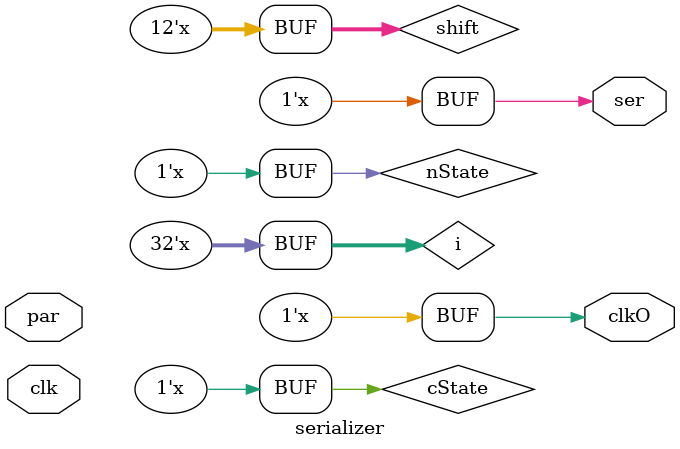
<source format=v>
`timescale 1ns / 1ps

//////DOOOOII STATE MACHINE
module serializer
    #(
    parameter m=12
    )
    (
    input [m-1:0] par,
    output reg ser,
    input clk,
    output reg clkO
    );
    reg [m-1:0] shift;
    localparam s1 = 1'b0,s2=1'b1;//s1 = parallel load, s2 = shift out
    reg cState,nState;
    integer i;
    initial begin
        cState = 0;
        nState = 0;
        shift = 0;
        i = 0;
        //ser = 0;
        clkO =0;
    end
//    always @(posedge clk)
//    begin
//        cState <= nState;
//        if(cState)
//            shift = shift<<1;
//    end
    always @(clk)
    begin
        cState = nState;
        //nState = cState;
        case(cState)
            s1:begin
                shift = par;
                i=0;
                clkO = 0;
                ser = 0;
                nState = s2;
            end
            s2:begin
                if(i<m) clkO=clk;
                else clkO=0;
                if(clk) i=i+1;
                if(clk&clkO) begin
                    ser = shift[m-1];
                    shift = shift<<1;
                end
                //else ser=0;
                if(i==14) nState = s1;
                 
//                if(clkO) begin 
//                    ser = shift[m-1];
//                    shift = shift<<1;
//                    i = i+1;
//                end
//                if (i<m) clkO=clk;
//                if(i==14) nState = s1;
                else nState = s2;
            end
        endcase
    end
endmodule

</source>
